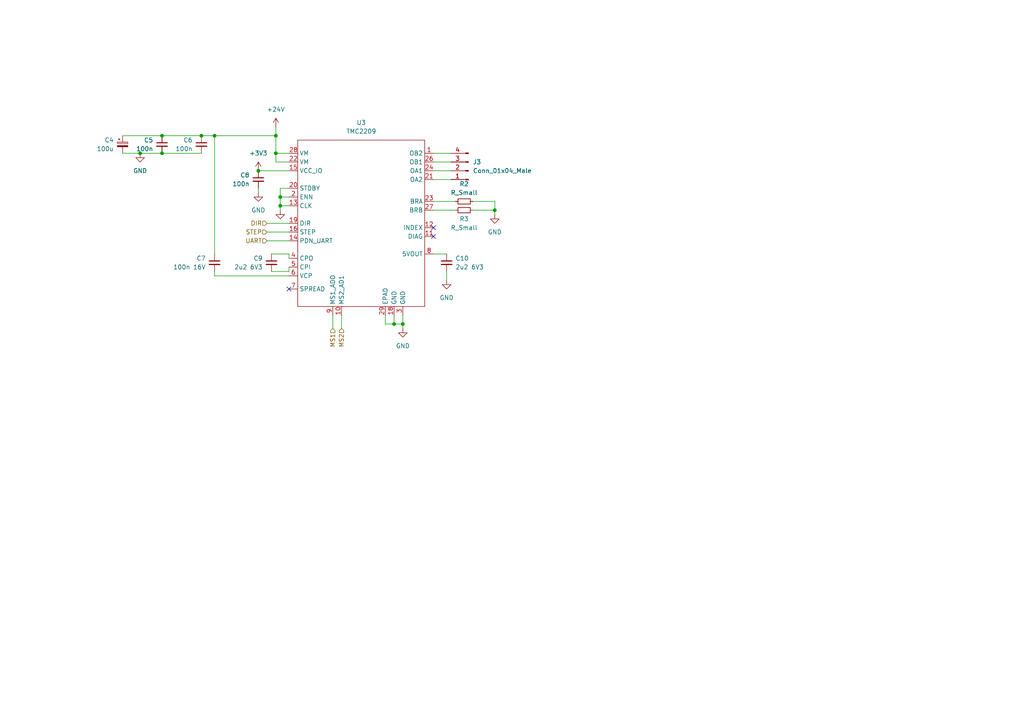
<source format=kicad_sch>
(kicad_sch (version 20211123) (generator eeschema)
  (paper "A4")
  (lib_symbols
    (symbol "Connector:Conn_01x04_Male" (pin_names (offset 1.016) hide)
      (property "Reference" "J" (at 0 5.08 0))
      (property "Value" "Conn_01x04_Male" (at 0 -7.62 0))
      (symbol "Conn_01x04_Male_1_1"
        (polyline (pts (xy 1.27 -5.08) (xy 0.8636 -5.08)) (stroke (width 0.1524)))
        (polyline (pts (xy 1.27 -2.54) (xy 0.8636 -2.54)) (stroke (width 0.1524)))
        (polyline (pts (xy 1.27 0) (xy 0.8636 0)) (stroke (width 0.1524)))
        (polyline (pts (xy 1.27 2.54) (xy 0.8636 2.54)) (stroke (width 0.1524)))
        (rectangle (start 0.8636 -4.953) (end 0 -5.207) (stroke (width 0.1524)) (fill (type outline)))
        (rectangle (start 0.8636 -2.413) (end 0 -2.667) (stroke (width 0.1524)) (fill (type outline)))
        (rectangle (start 0.8636 0.127) (end 0 -0.127) (stroke (width 0.1524)) (fill (type outline)))
        (rectangle (start 0.8636 2.667) (end 0 2.413) (stroke (width 0.1524)) (fill (type outline)))
        (pin passive line (at 5.08 2.54 180) (length 3.81) (name "Pin_1") (number "1"))
        (pin passive line (at 5.08 0 180) (length 3.81) (name "Pin_2") (number "2"))
        (pin passive line (at 5.08 -2.54 180) (length 3.81) (name "Pin_3") (number "3"))
        (pin passive line (at 5.08 -5.08 180) (length 3.81) (name "Pin_4") (number "4"))
      )
    )
    (symbol "Custom:TMC2209"
      (property "Reference" "U" (at 0 0 0))
      (property "Value" "TMC2209" (at 0 -2.54 0))
      (symbol "TMC2209_0_1"
        (rectangle (start -19.05 -5.08) (end 17.78 -53.34))
      )
      (symbol "TMC2209_1_1"
        (pin output line (at 20.32 -8.89 180) (length 2.54) (name "OB2") (number "1"))
        (pin bidirectional line (at -6.35 -55.88 90) (length 2.54) (name "MS2_AD1") (number "10"))
        (pin output line (at 20.32 -33.02 180) (length 2.54) (name "DIAG") (number "11"))
        (pin output line (at 20.32 -30.48 180) (length 2.54) (name "INDEX") (number "12"))
        (pin input line (at -21.59 -24.13 0) (length 2.54) (name "CLK") (number "13"))
        (pin bidirectional line (at -21.59 -34.29 0) (length 2.54) (name "PDN_UART") (number "14"))
        (pin power_in line (at -21.59 -13.97 0) (length 2.54) (name "VCC_IO") (number "15"))
        (pin input line (at -21.59 -31.75 0) (length 2.54) (name "STEP") (number "16"))
        (pin power_in line (at 8.89 -55.88 90) (length 2.54) (name "GND") (number "18"))
        (pin input line (at -21.59 -29.21 0) (length 2.54) (name "DIR") (number "19"))
        (pin input line (at -21.59 -21.59 0) (length 2.54) (name "ENN") (number "2"))
        (pin input line (at -21.59 -19.05 0) (length 2.54) (name "STDBY") (number "20"))
        (pin output line (at 20.32 -16.51 180) (length 2.54) (name "OA2") (number "21"))
        (pin power_in line (at -21.59 -11.43 0) (length 2.54) (name "VM") (number "22"))
        (pin output line (at 20.32 -22.86 180) (length 2.54) (name "BRA") (number "23"))
        (pin output line (at 20.32 -13.97 180) (length 2.54) (name "OA1") (number "24"))
        (pin output line (at 20.32 -11.43 180) (length 2.54) (name "OB1") (number "26"))
        (pin output line (at 20.32 -25.4 180) (length 2.54) (name "BRB") (number "27"))
        (pin power_in line (at -21.59 -8.89 0) (length 2.54) (name "VM") (number "28"))
        (pin power_in line (at 6.35 -55.88 90) (length 2.54) (name "EPAD") (number "29"))
        (pin power_in line (at 11.43 -55.88 90) (length 2.54) (name "GND") (number "3"))
        (pin output line (at -21.59 -39.37 0) (length 2.54) (name "CPO") (number "4"))
        (pin input line (at -21.59 -41.91 0) (length 2.54) (name "CPI") (number "5"))
        (pin power_in line (at -21.59 -44.45 0) (length 2.54) (name "VCP") (number "6"))
        (pin unspecified line (at -21.59 -48.26 0) (length 2.54) (name "SPREAD") (number "7"))
        (pin power_out line (at 20.32 -38.1 180) (length 2.54) (name "5VOUT") (number "8"))
        (pin bidirectional line (at -8.89 -55.88 90) (length 2.54) (name "MS1_ADO") (number "9"))
      )
    )
    (symbol "Device:C_Polarized_Small" (pin_numbers hide) (pin_names (offset 0.254) hide)
      (property "Reference" "C" (at 0.254 1.778 0))
      (property "Value" "C_Polarized_Small" (at 0.254 -2.032 0))
      (symbol "C_Polarized_Small_0_1"
        (rectangle (start -1.524 -0.3048) (end 1.524 -0.6858) (fill (type outline)))
        (rectangle (start -1.524 0.6858) (end 1.524 0.3048))
        (polyline (pts (xy -1.27 1.524) (xy -0.762 1.524)))
        (polyline (pts (xy -1.016 1.27) (xy -1.016 1.778)))
      )
      (symbol "C_Polarized_Small_1_1"
        (pin passive line (at 0 2.54 270) (length 1.8542) (name "~") (number "1"))
        (pin passive line (at 0 -2.54 90) (length 1.8542) (name "~") (number "2"))
      )
    )
    (symbol "Device:C_Small" (pin_numbers hide) (pin_names (offset 0.254) hide)
      (property "Reference" "C" (at 0.254 1.778 0))
      (property "Value" "C_Small" (at 0.254 -2.032 0))
      (symbol "C_Small_0_1"
        (polyline (pts (xy -1.524 -0.508) (xy 1.524 -0.508)) (stroke (width 0.3302)))
        (polyline (pts (xy -1.524 0.508) (xy 1.524 0.508)) (stroke (width 0.3048)))
      )
      (symbol "C_Small_1_1"
        (pin passive line (at 0 2.54 270) (length 2.032) (name "~") (number "1"))
        (pin passive line (at 0 -2.54 90) (length 2.032) (name "~") (number "2"))
      )
    )
    (symbol "Device:R_Small" (pin_numbers hide) (pin_names (offset 0.254) hide)
      (property "Reference" "R" (at 0.762 0.508 0))
      (property "Value" "R_Small" (at 0.762 -1.016 0))
      (symbol "R_Small_0_1"
        (rectangle (start -0.762 1.778) (end 0.762 -1.778) (stroke (width 0.2032)))
      )
      (symbol "R_Small_1_1"
        (pin passive line (at 0 2.54 270) (length 0.762) (name "~") (number "1"))
        (pin passive line (at 0 -2.54 90) (length 0.762) (name "~") (number "2"))
      )
    )
    (symbol "power:+24V" (power) (pin_names (offset 0))
      (property "Value" "+24V" (at 0 3.556 0))
      (symbol "+24V_0_1"
        (polyline (pts (xy -0.762 1.27) (xy 0 2.54)))
        (polyline (pts (xy 0 0) (xy 0 2.54)))
        (polyline (pts (xy 0 2.54) (xy 0.762 1.27)))
      )
      (symbol "+24V_1_1"
        (pin power_in line (at 0 0 90) (length 0) hide (name "+24V") (number "1"))
      )
    )
    (symbol "power:+3V3" (power) (pin_names (offset 0))
      (property "Value" "+3V3" (at 0 3.556 0))
      (symbol "+3V3_0_1"
        (polyline (pts (xy -0.762 1.27) (xy 0 2.54)))
        (polyline (pts (xy 0 0) (xy 0 2.54)))
        (polyline (pts (xy 0 2.54) (xy 0.762 1.27)))
      )
      (symbol "+3V3_1_1"
        (pin power_in line (at 0 0 90) (length 0) hide (name "+3V3") (number "1"))
      )
    )
    (symbol "power:GND" (power) (pin_names (offset 0))
      (property "Value" "GND" (at 0 -3.81 0))
      (symbol "GND_0_1"
        (polyline (pts (xy 0 0) (xy 0 -1.27) (xy 1.27 -1.27) (xy 0 -2.54) (xy -1.27 -1.27) (xy 0 -1.27)))
      )
      (symbol "GND_1_1"
        (pin power_in line (at 0 0 270) (length 0) hide (name "GND") (number "1"))
      )
    )
  )
  (junction (at 58.42 39.37))
  (junction (at 143.51 60.96))
  (junction (at 46.99 44.45))
  (junction (at 46.99 39.37))
  (junction (at 81.28 57.15))
  (junction (at 81.28 59.69))
  (junction (at 80.01 44.45))
  (junction (at 80.01 39.37))
  (junction (at 114.3 93.98))
  (junction (at 74.93 49.53))
  (junction (at 62.23 39.37))
  (junction (at 40.64 44.45))
  (junction (at 116.84 93.98))
  (no_connect (at 125.73 68.58))
  (no_connect (at 125.73 66.04))
  (no_connect (at 83.82 83.82))
  (wire (pts (xy 80.01 46.99) (xy 80.01 44.45)))
  (wire (pts (xy 74.93 49.53) (xy 83.82 49.53)))
  (wire (pts (xy 83.82 77.47) (xy 83.82 78.74)))
  (wire (pts (xy 83.82 78.74) (xy 78.74 78.74)))
  (wire (pts (xy 83.82 74.93) (xy 83.82 73.66)))
  (wire (pts (xy 143.51 58.42) (xy 143.51 60.96)))
  (wire (pts (xy 83.82 80.01) (xy 62.23 80.01)))
  (wire (pts (xy 125.73 46.99) (xy 130.81 46.99)))
  (wire (pts (xy 99.06 91.44) (xy 99.06 95.25)))
  (wire (pts (xy 80.01 36.83) (xy 80.01 39.37)))
  (wire (pts (xy 46.99 44.45) (xy 58.42 44.45)))
  (wire (pts (xy 125.73 73.66) (xy 129.54 73.66)))
  (wire (pts (xy 74.93 54.61) (xy 74.93 55.88)))
  (wire (pts (xy 125.73 44.45) (xy 130.81 44.45)))
  (wire (pts (xy 77.47 69.85) (xy 83.82 69.85)))
  (wire (pts (xy 40.64 44.45) (xy 46.99 44.45)))
  (wire (pts (xy 83.82 54.61) (xy 81.28 54.61)))
  (wire (pts (xy 83.82 73.66) (xy 78.74 73.66)))
  (wire (pts (xy 83.82 46.99) (xy 80.01 46.99)))
  (wire (pts (xy 111.76 91.44) (xy 111.76 93.98)))
  (wire (pts (xy 62.23 80.01) (xy 62.23 78.74)))
  (wire (pts (xy 62.23 73.66) (xy 62.23 39.37)))
  (wire (pts (xy 81.28 57.15) (xy 81.28 59.69)))
  (wire (pts (xy 81.28 59.69) (xy 81.28 60.96)))
  (wire (pts (xy 58.42 39.37) (xy 62.23 39.37)))
  (wire (pts (xy 137.16 60.96) (xy 143.51 60.96)))
  (wire (pts (xy 80.01 44.45) (xy 83.82 44.45)))
  (wire (pts (xy 114.3 93.98) (xy 116.84 93.98)))
  (wire (pts (xy 96.52 91.44) (xy 96.52 95.25)))
  (wire (pts (xy 125.73 60.96) (xy 132.08 60.96)))
  (wire (pts (xy 125.73 52.07) (xy 130.81 52.07)))
  (wire (pts (xy 81.28 57.15) (xy 83.82 57.15)))
  (wire (pts (xy 81.28 54.61) (xy 81.28 57.15)))
  (wire (pts (xy 125.73 58.42) (xy 132.08 58.42)))
  (wire (pts (xy 35.56 39.37) (xy 46.99 39.37)))
  (wire (pts (xy 35.56 44.45) (xy 40.64 44.45)))
  (wire (pts (xy 62.23 39.37) (xy 80.01 39.37)))
  (wire (pts (xy 77.47 64.77) (xy 83.82 64.77)))
  (wire (pts (xy 81.28 59.69) (xy 83.82 59.69)))
  (wire (pts (xy 137.16 58.42) (xy 143.51 58.42)))
  (wire (pts (xy 116.84 93.98) (xy 116.84 95.25)))
  (wire (pts (xy 125.73 49.53) (xy 130.81 49.53)))
  (wire (pts (xy 111.76 93.98) (xy 114.3 93.98)))
  (wire (pts (xy 143.51 60.96) (xy 143.51 62.23)))
  (wire (pts (xy 116.84 91.44) (xy 116.84 93.98)))
  (wire (pts (xy 46.99 39.37) (xy 58.42 39.37)))
  (wire (pts (xy 80.01 39.37) (xy 80.01 44.45)))
  (wire (pts (xy 77.47 67.31) (xy 83.82 67.31)))
  (wire (pts (xy 129.54 78.74) (xy 129.54 81.28)))
  (wire (pts (xy 114.3 91.44) (xy 114.3 93.98)))
  (hierarchical_label "MS1" (shape input) (at 96.52 95.25 270))
  (hierarchical_label "STEP" (shape input) (at 77.47 67.31 180))
  (hierarchical_label "MS2" (shape input) (at 99.06 95.25 270))
  (hierarchical_label "DIR" (shape input) (at 77.47 64.77 180))
  (hierarchical_label "UART" (shape input) (at 77.47 69.85 180))
  (symbol (lib_id "power:GND") (at 143.51 62.23 0) (unit 1)
    (property "Reference" "#PWR021" (effects hide))
    (property "Value" "GND" (at 143.51 67.31 0))
  )
  (symbol (lib_id "Device:C_Small") (at 58.42 41.91 0) (unit 1)
    (property "Reference" "C6" (at 55.88 40.64 0) (effects (justify right)))
    (property "Value" "100n" (at 55.88 43.18 0) (effects (justify right)))
    (property "Footprint" "Capacitor_SMD:C_0603_1608Metric_Pad1.08x0.95mm_HandSolder" (effects hide))
  )
  (symbol (lib_id "power:GND") (at 129.54 81.28 0) (unit 1)
    (property "Reference" "#PWR020" (effects hide))
    (property "Value" "GND" (at 129.54 86.36 0))
  )
  (symbol (lib_id "power:+3V3") (at 74.93 49.53 0) (unit 1)
    (property "Reference" "#PWR015" (effects hide))
    (property "Value" "+3V3" (at 74.93 44.45 0))
  )
  (symbol (lib_id "power:GND") (at 116.84 95.25 0) (unit 1)
    (property "Reference" "#PWR019" (effects hide))
    (property "Value" "GND" (at 116.84 100.33 0))
  )
  (symbol (lib_id "Device:R_Small") (at 134.62 58.42 90) (unit 1)
    (property "Reference" "R2" (at 134.62 53.34 90))
    (property "Value" "R_Small" (at 134.62 55.88 90))
    (property "Footprint" "Resistor_SMD:R_0603_1608Metric_Pad0.98x0.95mm_HandSolder" (effects hide))
  )
  (symbol (lib_id "Device:C_Small") (at 74.93 52.07 0) (unit 1)
    (property "Reference" "C8" (at 72.39 50.8 0) (effects (justify right)))
    (property "Value" "100n" (at 72.39 53.34 0) (effects (justify right)))
    (property "Footprint" "Capacitor_SMD:C_0603_1608Metric_Pad1.08x0.95mm_HandSolder" (effects hide))
  )
  (symbol (lib_id "Device:C_Small") (at 129.54 76.2 0) (unit 1)
    (property "Reference" "C10" (at 132.08 74.9362 0) (effects (justify left)))
    (property "Value" "2u2 6V3" (at 132.08 77.4762 0) (effects (justify left)))
    (property "Footprint" "Capacitor_SMD:C_0603_1608Metric_Pad1.08x0.95mm_HandSolder" (effects hide))
  )
  (symbol (lib_id "power:GND") (at 40.64 44.45 0) (unit 1)
    (property "Reference" "#PWR014" (effects hide))
    (property "Value" "GND" (at 40.64 49.53 0))
  )
  (symbol (lib_id "Device:C_Polarized_Small") (at 35.56 41.91 0) (unit 1)
    (property "Reference" "C4" (at 33.02 40.64 0) (effects (justify right)))
    (property "Value" "100u" (at 33.02 43.18 0) (effects (justify right)))
    (property "Footprint" "Capacitor_SMD:C_0603_1608Metric_Pad1.08x0.95mm_HandSolder" (effects hide))
  )
  (symbol (lib_id "Device:C_Small") (at 62.23 76.2 0) (unit 1)
    (property "Reference" "C7" (at 59.69 74.93 0) (effects (justify right)))
    (property "Value" "100n 16V" (at 59.69 77.47 0) (effects (justify right)))
    (property "Footprint" "Capacitor_SMD:C_0603_1608Metric_Pad1.08x0.95mm_HandSolder" (effects hide))
  )
  (symbol (lib_id "Device:C_Small") (at 78.74 76.2 0) (unit 1)
    (property "Reference" "C9" (at 76.2 74.93 0) (effects (justify right)))
    (property "Value" "2u2 6V3" (at 76.2 77.47 0) (effects (justify right)))
    (property "Footprint" "Capacitor_SMD:C_0603_1608Metric_Pad1.08x0.95mm_HandSolder" (effects hide))
  )
  (symbol (lib_id "Device:C_Small") (at 46.99 41.91 0) (unit 1)
    (property "Reference" "C5" (at 44.45 40.64 0) (effects (justify right)))
    (property "Value" "100n" (at 44.45 43.18 0) (effects (justify right)))
    (property "Footprint" "Capacitor_SMD:C_0603_1608Metric_Pad1.08x0.95mm_HandSolder" (effects hide))
  )
  (symbol (lib_id "Custom:TMC2209") (at 105.41 35.56 0) (unit 1)
    (property "Reference" "U3" (at 104.775 35.56 0))
    (property "Value" "TMC2209" (at 104.775 38.1 0))
    (property "Footprint" "Package_DFN_QFN:QFN-28-1EP_5x5mm_P0.5mm_EP3.75x3.75mm_ThermalVias" (effects hide))
  )
  (symbol (lib_id "power:GND") (at 74.93 55.88 0) (unit 1)
    (property "Reference" "#PWR016" (effects hide))
    (property "Value" "GND" (at 74.93 60.96 0))
  )
  (symbol (lib_id "Connector:Conn_01x04_Male") (at 135.89 49.53 180) (unit 1)
    (property "Reference" "J3" (at 137.16 46.9899 0) (effects (justify right)))
    (property "Value" "Conn_01x04_Male" (at 137.16 49.5299 0) (effects (justify right)))
  )
  (symbol (lib_id "power:+24V") (at 80.01 36.83 0) (unit 1)
    (property "Reference" "#PWR017" (effects hide))
    (property "Value" "+24V" (at 80.01 31.75 0))
  )
  (symbol (lib_id "Device:R_Small") (at 134.62 60.96 90) (unit 1)
    (property "Reference" "R3" (at 134.62 63.5 90))
    (property "Value" "R_Small" (at 134.62 66.04 90))
    (property "Footprint" "Resistor_SMD:R_0603_1608Metric_Pad0.98x0.95mm_HandSolder" (effects hide))
  )
  (symbol (lib_id "power:GND") (at 81.28 60.96 0) (unit 1)
    (property "Reference" "#PWR018" (effects hide))
    (property "Value" "GND" (effects hide))
  )
)
</source>
